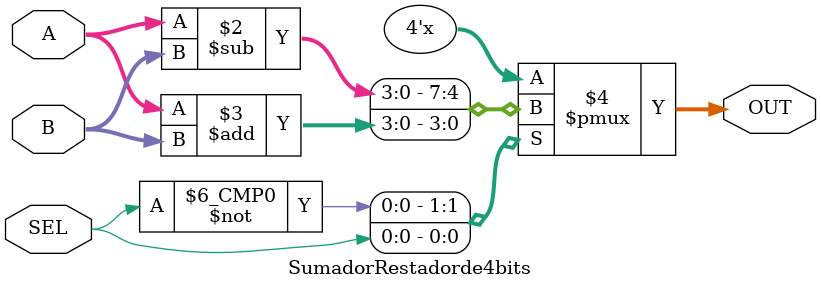
<source format=v>

module SumadorRestadorde4bits(A,B,SEL,OUT); 

	//Definicion de Inputs y Outputs
	input [3:0] A,B;
	input SEL;
	output reg [3:0] OUT;
	
	always @ ( A or B or SEL)
	begin 
		case (SEL)
			1'b0:OUT = A-B;
			1'b1:OUT = A+B;
		endcase
	end
	
	
	

endmodule

</source>
